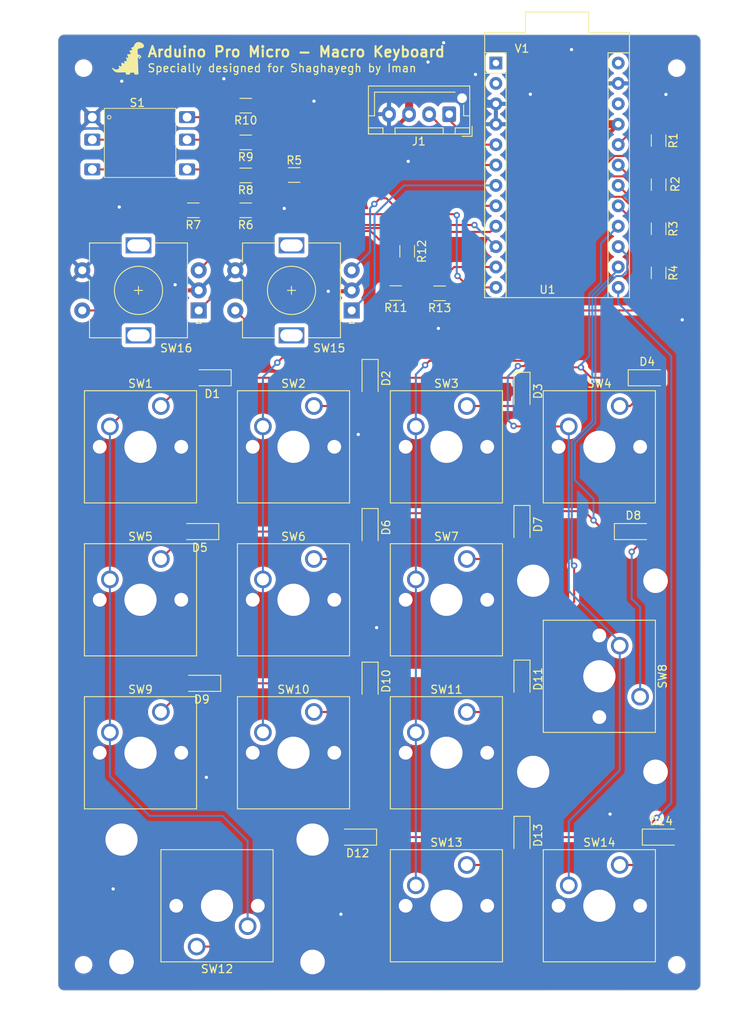
<source format=kicad_pcb>
(kicad_pcb (version 20241229) (generator "pcbnew") (generator_version "9.0")
  (layers (0 "F.Cu" signal) (2 "B.Cu" signal) (13 "F.Paste" user) (15 "B.Paste" user) (5 "F.SilkS" user "F.Silkscreen") (7 "B.SilkS" user "B.Silkscreen") (1 "F.Mask" user) (3 "B.Mask" user) (25 "Edge.Cuts" user))
  (net 0 "")
  (net 1 "Row1")
  (net 2 "Net-(D1-A)")
  (net 3 "Net-(D2-A)")
  (net 4 "Net-(D3-A)")
  (net 5 "Net-(D4-A)")
  (net 6 "Net-(D5-A)")
  (net 7 "Row2")
  (net 8 "Net-(D6-A)")
  (net 9 "Net-(D7-A)")
  (net 10 "Net-(D8-A)")
  (net 11 "Row3")
  (net 12 "Net-(D9-A)")
  (net 13 "Net-(D10-A)")
  (net 14 "Net-(D11-A)")
  (net 15 "Net-(D12-A)")
  (net 16 "Row4")
  (net 17 "Net-(D13-A)")
  (net 18 "Net-(D14-A)")
  (net 19 "Col1")
  (net 20 "Net-(R1-Pad2)")
  (net 21 "Col2")
  (net 22 "Net-(R2-Pad2)")
  (net 23 "Net-(R3-Pad2)")
  (net 24 "Col3")
  (net 25 "Net-(R4-Pad2)")
  (net 26 "Col4")
  (net 27 "GND")
  (net 30 "CLK")
  (net 31 "VCC")
  (net 33 "SDA")
  (net 34 "A1")
  (net 35 "Net-(S1-B)")
  (net 36 "Net-(S1-Push)")
  (net 37 "Net-(S1-C)")
  (net 38 "Net-(S1-D)")
  (net 39 "Net-(S1-A)")
  (net 40 "E1_A")
  (net 41 "E1_B")
  (net 42 "Net-(R11-Pad2)")
  (net 43 "E2_B")
  (net 44 "A2")
  (net 45 "E2_A")
  (net 46 "Net-(R12-Pad1)")
  (footprint "Diode_SMD:D_SOD-123" (layer "F.Cu") (at 100.1776 80.7212 180)
    (property "Reference" "D1")
    (property "Value" "1N4148WT")
  )
  (footprint "Resistor_SMD:R_1206_3216Metric" (layer "F.Cu") (at 155.7782 67.6656 -90)
    (property "Reference" "R4")
    (property "Value" "10K")
  )
  (footprint "Diode_SMD:D_SOD-123" (layer "F.Cu") (at 119.8372 118.491 -90)
    (property "Reference" "D10")
    (property "Value" "1N4148WT")
  )
  (footprint "Resistor_SMD:R_1206_3216Metric" (layer "F.Cu") (at 104.3432 46.8376 180)
    (property "Reference" "R10")
    (property "Value" "10K")
  )
  (footprint "Diode_SMD:D_SOD-123" (layer "F.Cu") (at 138.7602 137.6934 -90)
    (property "Reference" "D13")
    (property "Value" "1N4148WT")
  )
  (footprint "Resistor_SMD:R_1206_3216Metric" (layer "F.Cu") (at 124.46 64.9732 -90)
    (property "Reference" "R12")
    (property "Value" "10K")
  )
  (footprint "SW_Cherry_MX_1_with_3D:SW_Cherry_MX_1.00u_PCB_with_3D" (layer "F.Cu") (at 131.8872 141.3892)
    (property "Reference" "SW13")
    (property "Value" "SW_Push")
  )
  (footprint "Resistor_SMD:R_1206_3216Metric" (layer "F.Cu") (at 155.7782 51.181 -90)
    (property "Reference" "R1")
    (property "Value" "10K")
  )
  (footprint "Diode_SMD:D_SOD-123" (layer "F.Cu") (at 118.2878 137.922 180)
    (property "Reference" "D12")
    (property "Value" "1N4148WT")
  )
  (footprint "Arduino:Sparkfun_Pro_Micro" (layer "F.Cu") (at 150.749 69.469 180)
    (property "Reference" "U1")
    (property "Value" "Sparkfun_Pro_Micro")
  )
  (footprint "5Way_Switch:5Way_switch" (layer "F.Cu") (at 90.1372 45.3754)
    (property "Reference" "S1")
    (property "Value" "JS5208" (hide yes))
  )
  (footprint "Diode_SMD:D_SOD-123" (layer "F.Cu") (at 98.871 118.7704 180)
    (property "Reference" "D9")
    (property "Value" "1N4148WT")
  )
  (footprint "SW_Cherry_MX_1_with_3D:SW_Cherry_MX_1.00u_PCB_with_3D" (layer "F.Cu") (at 131.8872 122.3392)
    (property "Reference" "SW11")
    (property "Value" "SW_Push")
  )
  (footprint "SW_Cherry_MX_1_with_3D:SW_Cherry_MX_1.00u_PCB_with_3D" (layer "F.Cu") (at 150.9372 84.2392)
    (property "Reference" "SW4")
    (property "Value" "SW_Push")
  )
  (footprint "Resistor_SMD:R_1206_3216Metric" (layer "F.Cu") (at 104.3432 59.8678 180)
    (property "Reference" "R6")
    (property "Value" "220")
  )
  (footprint "Diode_SMD:D_SOD-123" (layer "F.Cu") (at 154.3558 80.7212)
    (property "Reference" "D4")
    (property "Value" "1N4148WT")
  )
  (footprint "Diode_SMD:D_SOD-123" (layer "F.Cu") (at 152.6286 99.8728)
    (property "Reference" "D8")
    (property "Value" "1N4148WT")
  )
  (footprint "Resistor_SMD:R_1206_3216Metric" (layer "F.Cu") (at 104.3432 55.5244 180)
    (property "Reference" "R8")
    (property "Value" "1K")
  )
  (footprint "Resistor_SMD:R_1206_3216Metric" (layer "F.Cu") (at 155.7782 62.170733 -90)
    (property "Reference" "R3")
    (property "Value" "10K")
  )
  (footprint "Rotary_Encoder:RotaryEncoder_Alps_EC11E-Switch_Vertical_H20mm" (layer "F.Cu") (at 117.5472 72.3392 180)
    (property "Reference" "SW15")
    (property "Value" "RotaryEncoder_Switch")
  )
  (footprint "Diode_SMD:D_SOD-123" (layer "F.Cu") (at 119.8372 99.3648 -90)
    (property "Reference" "D6")
    (property "Value" "1N4148WT")
  )
  (footprint "Connector_JST:JST_XH_B4B-XH-AM_1x04_P2.50mm_Vertical" (layer "F.Cu") (at 129.6924 47.9044 180)
    (property "Reference" "J1")
    (property "Value" "DISPLAY")
  )
  (footprint "SW_Cherry_MX_1_with_3D:SW_Cherry_MX_1.00u_PCB_with_3D" (layer "F.Cu") (at 112.8372 103.2892)
    (property "Reference" "SW6")
    (property "Value" "SW_Push")
  )
  (footprint "SW_Cherry_MX_1_with_3D:SW_Cherry_MX_1.00u_PCB_with_3D" (layer "F.Cu") (at 93.7772 122.3392)
    (property "Reference" "SW9")
    (property "Value" "SW_Push")
  )
  (footprint "SW_Cherry_MX_1_with_3D:SW_Cherry_MX_1.00u_PCB_with_3D" (layer "F.Cu") (at 112.8372 84.2392)
    (property "Reference" "SW2")
    (property "Value" "SW_Push")
  )
  (footprint "Diode_SMD:D_SOD-123" (layer "F.Cu") (at 138.7602 118.237 -90)
    (property "Reference" "D11")
    (property "Value" "1N4148WT")
  )
  (footprint "SW_Cherry_MX_1_with_3D:SW_Cherry_MX_1.00u_PCB_with_3D" (layer "F.Cu") (at 150.9372 141.3892)
    (property "Reference" "SW14")
    (property "Value" "SW_Push")
  )
  (footprint "Resistor_SMD:R_1206_3216Metric" (layer "F.Cu") (at 110.3884 55.4736)
    (property "Reference" "R5")
    (property "Value" "10K")
  )
  (footprint "Button_Switch_Keyboard:SW_Cherry_MX_2.00u_PCB" (layer "F.Cu") (at 153.4772 120.4342 -90)
    (property "Reference" "SW8")
    (property "Value" "SW_Push")
  )
  (footprint "Diode_SMD:D_SOD-123" (layer "F.Cu") (at 119.8372 80.7974 -90)
    (property "Reference" "D2")
    (property "Value" "1N4148WT")
  )
  (footprint "SW_Cherry_MX_1_with_3D:SW_Cherry_MX_1.00u_PCB_with_3D" (layer "F.Cu") (at 131.8872 103.2892)
    (property "Reference" "SW7")
    (property "Value" "SW_Push")
  )
  (footprint "Diode_SMD:D_SOD-123" (layer "F.Cu") (at 138.7602 82.3946 -90)
    (property "Reference" "D3")
    (property "Value" "1N4148WT")
  )
  (footprint "Duddles:black-dina-4x4" (layer "F.Cu") (at 89.6874 40.9448)
    (property "Reference" "Arduino Pro Micro - Macro Keyboard")
    (property "Value" "LOGO" (hide yes))
  )
  (footprint "Resistor_SMD:R_1206_3216Metric" (layer "F.Cu") (at 155.7782 56.675867 -90)
    (property "Reference" "R2")
    (property "Value" "10K")
  )
  (footprint "Rotary_Encoder:RotaryEncoder_Alps_EC11E-Switch_Vertical_H20mm" (layer "F.Cu") (at 98.4872 72.3392 180)
    (property "Reference" "SW16")
    (property "Value" "RotaryEncoder_Switch")
  )
  (footprint "Resistor_SMD:R_1206_3216Metric" (layer "F.Cu") (at 97.8154 59.8678 180)
    (property "Reference" "R7")
    (property "Value" "330")
  )
  (footprint "Button_Switch_Keyboard:SW_Cherry_MX_2.00u_PCB" (layer "F.Cu") (at 98.2322 151.5492 180)
    (property "Reference" "SW12")
    (property "Value" "SW_Push")
  )
  (footprint "Diode_SMD:D_SOD-123" (layer "F.Cu") (at 156.1084 137.922)
    (property "Reference" "D14")
    (property "Value" "1N4148WT")
  )
  (footprint "Diode_SMD:D_SOD-123" (layer "F.Cu") (at 98.6282 99.8728 180)
    (property "Reference" "D5")
    (property "Value" "1N4148WT")
  )
  (footprint "Resistor_SMD:R_1206_3216Metric" (layer "F.Cu") (at 104.3432 51.4096 180)
    (property "Reference" "R9")
    (property "Value" "4.7K" (hide yes))
  )
  (footprint "SW_Cherry_MX_1_with_3D:SW_Cherry_MX_1.00u_PCB_with_3D" (layer "F.Cu") (at 112.8372 122.3392)
    (property "Reference" "SW10")
    (property "Value" "SW_Push")
  )
  (footprint "Resistor_SMD:R_1206_3216Metric" (layer "F.Cu") (at 128.4986 70.2056 180)
    (property "Reference" "R13")
    (property "Value" "10K")
  )
  (footprint "SW_Cherry_MX_1_with_3D:SW_Cherry_MX_1.00u_PCB_with_3D" (layer "F.Cu") (at 93.7772 103.2892)
    (property "Reference" "SW5")
    (property "Value" "SW_Push")
  )
  (footprint "Resistor_SMD:R_1206_3216Metric" (layer "F.Cu") (at 123.0376 70.1802 180)
    (property "Reference" "R11")
    (property "Value" "5K")
  )
  (footprint "SW_Cherry_MX_1_with_3D:SW_Cherry_MX_1.00u_PCB_with_3D" (layer "F.Cu") (at 131.8872 84.2392)
    (property "Reference" "SW3")
    (property "Value" "SW_Push")
  )
  (footprint "Diode_SMD:D_SOD-123" (layer "F.Cu") (at 138.7602 98.9838 -90)
    (property "Reference" "D7")
    (property "Value" "1N4148WT")
  )
  (footprint "SW_Cherry_MX_1_with_3D:SW_Cherry_MX_1.00u_PCB_with_3D" (layer "F.Cu") (at 93.7772 84.2392)
    (property "Reference" "SW1")
    (property "Value" "SW_Push")
  )
  (gr_line (start 160.25 157) (end 81.7372 157.0108) (stroke (width 0.05)) (layer "Edge.Cuts"))
  (gr_arc (start 160.25167 38.00733) (mid 160.782 38.227) (end 161.00167 38.75733) (stroke (width 0.05)) (layer "Edge.Cuts"))
  (gr_line (start 80.9872 156.2608) (end 80.9872 38.735) (stroke (width 0.05)) (layer "Edge.Cuts"))
  (gr_arc (start 80.9872 38.735) (mid 81.20687 38.20467) (end 81.7372 37.985) (stroke (width 0.05)) (layer "Edge.Cuts"))
  (gr_line (start 161.00167 38.75733) (end 161 156.25) (stroke (width 0.05)) (layer "Edge.Cuts"))
  (gr_arc (start 81.7372 157.0108) (mid 81.20687 156.79113) (end 80.9872 156.2608) (stroke (width 0.05)) (layer "Edge.Cuts"))
  (gr_arc (start 161 156.25) (mid 160.78033 156.78033) (end 160.25 157) (stroke (width 0.05)) (layer "Edge.Cuts"))
  (gr_line (start 81.7372 37.985) (end 160.25167 38.007331) (stroke (width 0.05)) (layer "Edge.Cuts"))
  (gr_text "Specially designed for Shaghayegh by Iman\n" (at 108.861897 42.164 0) (layer "F.SilkS") (effects (font (size 1 1))))
  (gr_text "V1" (at 138.7602 39.7256 0) (layer "F.SilkS") (effects (font (size 1 1))))
  (segment (start 140.9984 80.7212) (end 142.2938 79.4258) (width 0.25) (layer "F.Cu") (net 1))
  (segment (start 101.5776 80.7212) (end 116.9132 80.7212) (width 0.25) (layer "F.Cu") (net 1))
  (segment (start 123.9012 80.7212) (end 140.9984 80.7212) (width 0.25) (layer "F.Cu") (net 1))
  (segment (start 147.3962 80.7212) (end 146.1008 79.4258) (width 0.25) (layer "F.Cu") (net 1))
  (segment (start 122.2502 79.0702) (end 123.9012 80.7212) (width 0.25) (layer "F.Cu") (net 1))
  (segment (start 118.5642 79.0702) (end 122.2502 79.0702) (width 0.25) (layer "F.Cu") (net 1))
  (segment (start 152.9558 80.7212) (end 147.3962 80.7212) (width 0.25) (layer "F.Cu") (net 1))
  (segment (start 116.9132 80.7212) (end 118.5642 79.0702) (width 0.25) (layer "F.Cu") (net 1))
  (segment (start 142.2938 79.4258) (end 146.1008 79.4258) (width 0.25) (layer "F.Cu") (net 1))
  (via (at 146.1008 79.4258) (size 0.8) (drill 0.4) (layers "F.Cu" "B.Cu") (net 1))
  (segment (start 148.602114 68.871514) (end 147.1422 70.331428) (width 0.25) (layer "B.Cu") (net 1))
  (segment (start 148.602114 63.995886) (end 148.602114 68.871514) (width 0.25) (layer "B.Cu") (net 1))
  (segment (start 150.749 61.849) (end 148.602114 63.995886) (width 0.25) (layer "B.Cu") (net 1))
  (segment (start 146.1008 79.0702) (end 146.1008 79.4258) (width 0.25) (layer "B.Cu") (net 1))
  (segment (start 147.1422 70.331428) (end 147.1422 78.0288) (width 0.25) (layer "B.Cu") (net 1))
  (segment (start 147.1422 78.0288) (end 146.1008 79.0702) (width 0.25) (layer "B.Cu") (net 1))
  (segment (start 97.2952 80.7212) (end 98.7776 80.7212) (width 0.25) (layer "F.Cu") (net 2))
  (segment (start 93.7772 84.2392) (end 97.2952 80.7212) (width 0.25) (layer "F.Cu") (net 2))
  (segment (start 117.9956 84.2392) (end 119.8372 82.3976) (width 0.25) (layer "F.Cu") (net 3))
  (segment (start 112.8372 84.2392) (end 117.9956 84.2392) (width 0.25) (layer "F.Cu") (net 3))
  (segment (start 119.8372 82.3976) (end 119.8372 82.1974) (width 0.25) (layer "F.Cu") (net 3))
  (segment (start 139.319 83.7722) (end 138.852 84.2392) (width 0.25) (layer "F.Cu") (net 4))
  (segment (start 138.852 84.2392) (end 131.8872 84.2392) (width 0.25) (layer "F.Cu") (net 4))
  (segment (start 152.2378 84.2392) (end 150.9372 84.2392) (width 0.25) (layer "F.Cu") (net 5))
  (segment (start 155.7558 80.7212) (end 152.2378 84.2392) (width 0.25) (layer "F.Cu") (net 5))
  (segment (start 97.1936 99.8728) (end 97.2282 99.8728) (width 0.25) (layer "F.Cu") (net 6))
  (segment (start 93.7772 103.2892) (end 97.1936 99.8728) (width 0.25) (layer "F.Cu") (net 6))
  (segment (start 100.0282 99.8728) (end 117.3734 99.8728) (width 0.25) (layer "F.Cu") (net 7))
  (segment (start 133.1214 97.5838) (end 137.0584 97.5838) (width 0.25) (layer "F.Cu") (net 7))
  (segment (start 117.3734 99.8728) (end 119.6594 97.5868) (width 0.25) (layer "F.Cu") (net 7))
  (segment (start 133.1184 97.5868) (end 133.1214 97.5838) (width 0.25) (layer "F.Cu") (net 7))
  (segment (start 146.5336 97.3338) (end 147.6756 98.4758) (width 0.25) (layer "F.Cu") (net 7))
  (segment (start 137.0584 97.5838) (end 137.3084 97.3338) (width 0.25) (layer "F.Cu") (net 7))
  (segment (start 149.0726 99.8728) (end 147.6756 98.4758) (width 0.25) (layer "F.Cu") (net 7))
  (segment (start 119.6594 97.5868) (end 133.1184 97.5868) (width 0.25) (layer "F.Cu") (net 7))
  (segment (start 151.2286 99.8728) (end 149.0726 99.8728) (width 0.25) (layer "F.Cu") (net 7))
  (segment (start 137.3084 97.3338) (end 146.5336 97.3338) (width 0.25) (layer "F.Cu") (net 7))
  (via (at 147.6756 98.4758) (size 0.8) (drill 0.4) (layers "F.Cu" "B.Cu") (net 7))
  (segment (start 150.487772 68.055) (end 147.9012 70.641572) (width 0.25) (layer "B.Cu") (net 7))
  (segment (start 147.6756 95.8044) (end 147.6756 98.4758) (width 0.25) (layer "B.Cu") (net 7))
  (segment (start 145.3432 88.871372) (end 145.3432 93.472) (width 0.25) (layer "B.Cu") (net 7))
  (segment (start 151.875 67.395405) (end 151.215405 68.055) (width 0.25) (layer "B.Cu") (net 7))
  (segment (start 145.3432 93.472) (end 147.6756 95.8044) (width 0.25) (layer "B.Cu") (net 7))
  (segment (start 151.215405 68.055) (end 150.487772 68.055) (width 0.25) (layer "B.Cu") (net 7))
  (segment (start 151.875 65.515) (end 151.875 67.395405) (width 0.25) (layer "B.Cu") (net 7))
  (segment (start 147.9012 86.313372) (end 145.3432 88.871372) (width 0.25) (layer "B.Cu") (net 7))
  (segment (start 147.9012 70.641572) (end 147.9012 86.313372) (width 0.25) (layer "B.Cu") (net 7))
  (segment (start 150.749 64.389) (end 151.875 65.515) (width 0.25) (layer "B.Cu") (net 7))
  (segment (start 112.8372 103.2892) (end 115.5348 103.2892) (width 0.25) (layer "F.Cu") (net 8))
  (segment (start 115.5348 103.2892) (end 118.0592 100.7648) (width 0.25) (layer "F.Cu") (net 8))
  (segment (start 118.0592 100.7648) (end 119.8372 100.7648) (width 0.25) (layer "F.Cu") (net 8))
  (segment (start 137.6934 100.3838) (end 138.7602 100.3838) (width 0.25) (layer "F.Cu") (net 9))
  (segment (start 134.788 103.2892) (end 137.6934 100.3838) (width 0.25) (layer "F.Cu") (net 9))
  (segment (start 131.8872 103.2892) (end 134.788 103.2892) (width 0.25) (layer "F.Cu") (net 9))
  (segment (start 152.4254 102.3874) (end 154.0286 100.7842) (width 0.25) (layer "F.Cu") (net 10))
  (segment (start 154.0286 100.7842) (end 154.0286 99.8728) (width 0.25) (layer "F.Cu") (net 10))
  (via (at 152.4254 102.3874) (size 0.8) (drill 0.4) (layers "F.Cu" "B.Cu") (net 10))
  (segment (start 152.4254 108.2294) (end 153.4772 109.2812) (width 0.25) (layer "B.Cu") (net 10))
  (segment (start 152.4254 102.3874) (end 152.4254 108.2294) (width 0.25) (layer "B.Cu") (net 10))
  (segment (start 153.4772 109.2812) (end 153.4772 120.4342) (width 0.25) (layer "B.Cu") (net 10))
  (segment (start 130.0236 116.841) (end 131.953 118.7704) (width 0.25) (layer "F.Cu") (net 11))
  (segment (start 138.7602 116.6368) (end 138.7602 115.1098) (width 0.25) (layer "F.Cu") (net 11))
  (segment (start 118.4362 116.841) (end 130.0236 116.841) (width 0.25) (layer "F.Cu") (net 11))
  (segment (start 135.0996 118.7704) (end 137.2332 116.6368) (width 0.25) (layer "F.Cu") (net 11))
  (segment (start 138.7602 115.1098) (end 145.2626 108.6074) (width 0.25) (layer "F.Cu") (net 11))
  (segment (start 100.271 118.7704) (end 116.5068 118.7704) (width 0.25) (layer "F.Cu") (net 11))
  (segment (start 131.953 118.7704) (end 135.0996 118.7704) (width 0.25) (layer "F.Cu") (net 11))
  (segment (start 145.2626 108.6074) (end 145.2626 104.1146) (width 0.25) (layer "F.Cu") (net 11))
  (segment (start 116.5068 118.7704) (end 118.4362 116.841) (width 0.25) (layer "F.Cu") (net 11))
  (segment (start 137.2332 116.6368) (end 138.7602 116.6368) (width 0.25) (layer "F.Cu") (net 11))
  (via (at 145.2626 104.1146) (size 0.8) (drill 0.4) (layers "F.Cu" "B.Cu") (net 11))
  (segment (start 150.749 67.2592) (end 150.749 66.929) (width 0.25) (layer "B.Cu") (net 11))
  (segment (start 144.9652 88.7148) (end 147.5232 86.1568) (width 0.25) (layer "B.Cu") (net 11))
  (segment (start 147.5232 86.1568) (end 147.5232 70.485) (width 0.25) (layer "B.Cu") (net 11))
  (segment (start 147.5232 70.485) (end 150.749 67.2592) (width 0.25) (layer "B.Cu") (net 11))
  (segment (start 144.9652 103.8172) (end 144.9652 88.7148) (width 0.25) (layer "B.Cu") (net 11))
  (segment (start 145.2626 104.1146) (end 144.9652 103.8172) (width 0.25) (layer "B.Cu") (net 11))
  (segment (start 93.7772 122.3392) (end 97.346 118.7704) (width 0.25) (layer "F.Cu") (net 12))
  (segment (start 97.346 118.7704) (end 97.471 118.7704) (width 0.25) (layer "F.Cu") (net 12))
  (segment (start 115.738 122.3392) (end 118.11 119.9672) (width 0.25) (layer "F.Cu") (net 13))
  (segment (start 118.11 119.9672) (end 119.634 119.9672) (width 0.25) (layer "F.Cu") (net 13))
  (segment (start 112.8372 122.3392) (end 115.738 122.3392) (width 0.25) (layer "F.Cu") (net 13))
  (segment (start 134.3308 122.3392) (end 136.6804 119.9896) (width 0.25) (layer "F.Cu") (net 14))
  (segment (start 138.4076 119.9896) (end 138.7602 119.637) (width 0.25) (layer "F.Cu") (net 14))
  (segment (start 136.6804 119.9896) (end 138.4076 119.9896) (width 0.25) (layer "F.Cu") (net 14))
  (segment (start 131.8872 122.3392) (end 134.3308 122.3392) (width 0.25) (layer "F.Cu") (net 14))
  (segment (start 98.2322 151.5492) (end 109.9184 151.5492) (width 0.25) (layer "F.Cu") (net 15))
  (segment (start 109.9184 151.5492) (end 116.8878 144.5798) (width 0.25) (layer "F.Cu") (net 15))
  (segment (start 116.8878 144.5798) (end 116.8878 137.922) (width 0.25) (layer "F.Cu") (net 15))
  (segment (start 136.6774 136.268) (end 139.065 136.268) (width 0.25) (layer "F.Cu") (net 16))
  (segment (start 141.859 137.922) (end 154.7084 137.922) (width 0.25) (layer "F.Cu") (net 16))
  (segment (start 119.6878 137.922) (end 135.0234 137.922) (width 0.25) (layer "F.Cu") (net 16))
  (segment (start 154.7084 136.3502) (end 155.5496 135.509) (width 0.25) (layer "F.Cu") (net 16))
  (segment (start 154.7084 137.922) (end 154.7084 136.3502) (width 0.25) (layer "F.Cu") (net 16))
  (segment (start 139.065 136.268) (end 140.205 136.268) (width 0.25) (layer "F.Cu") (net 16))
  (segment (start 140.205 136.268) (end 141.859 137.922) (width 0.25) (layer "F.Cu") (net 16))
  (segment (start 135.0234 137.922) (end 136.6774 136.268) (width 0.25) (layer "F.Cu") (net 16))
  (via (at 155.5496 135.509) (size 0.8) (drill 0.4) (layers "F.Cu" "B.Cu") (net 16))
  (segment (start 150.749 71.4248) (end 150.749 69.469) (width 0.25) (layer "B.Cu") (net 16))
  (segment (start 157.353 78.0288) (end 150.749 71.4248) (width 0.25) (layer "B.Cu") (net 16))
  (segment (start 157.353 133.7056) (end 157.353 78.0288) (width 0.25) (layer "B.Cu") (net 16))
  (segment (start 155.5496 135.509) (end 157.353 133.7056) (width 0.25) (layer "B.Cu") (net 16))
  (segment (start 134.3562 141.3892) (end 131.8872 141.3892) (width 0.25) (layer "F.Cu") (net 17))
  (segment (start 139.065 139.068) (end 136.6774 139.068) (width 0.25) (layer "F.Cu") (net 17))
  (segment (start 136.6774 139.068) (end 134.3562 141.3892) (width 0.25) (layer "F.Cu") (net 17))
  (segment (start 154.0412 141.3892) (end 157.5084 137.922) (width 0.25) (layer "F.Cu") (net 18))
  (segment (start 150.9372 141.3892) (end 154.0412 141.3892) (width 0.25) (layer "F.Cu") (net 18))
  (segment (start 155.7782 49.7185) (end 152.7195 49.7185) (width 0.25) (layer "F.Cu") (net 19))
  (segment (start 152.7195 49.7185) (end 150.749 51.689) (width 0.25) (layer "F.Cu") (net 19))
  (segment (start 155.7782 52.6435) (end 155.3187 53.103) (width 0.25) (layer "F.Cu") (net 20))
  (segment (start 150.282595 53.103) (end 144.7292 58.656395) (width 0.25) (layer "F.Cu") (net 20))
  (segment (start 155.3187 53.103) (end 150.282595 53.103) (width 0.25) (layer "F.Cu") (net 20))
  (segment (start 144.7292 58.656395) (end 144.7292 71.9328) (width 0.25) (layer "F.Cu") (net 20))
  (segment (start 144.7292 71.9328) (end 138.811 77.851) (width 0.25) (layer "F.Cu") (net 20))
  (segment (start 96.3554 77.851) (end 87.4272 86.7792) (width 0.25) (layer "F.Cu") (net 20))
  (segment (start 138.811 77.851) (end 96.3554 77.851) (width 0.25) (layer "F.Cu") (net 20))
  (segment (start 92.3798 135.2804) (end 87.4272 130.3278) (width 0.25) (layer "B.Cu") (net 20))
  (segment (start 104.5822 138.415) (end 101.4476 135.2804) (width 0.25) (layer "B.Cu") (net 20))
  (segment (start 87.4272 124.8792) (end 87.4272 86.7792) (width 0.25) (layer "B.Cu") (net 20))
  (segment (start 101.4476 135.2804) (end 92.3798 135.2804) (width 0.25) (layer "B.Cu") (net 20))
  (segment (start 104.5822 149.0092) (end 104.5822 138.415) (width 0.25) (layer "B.Cu") (net 20))
  (segment (start 87.4272 130.3278) (end 87.4272 124.8792) (width 0.25) (layer "B.Cu") (net 20))
  (segment (start 155.7782 55.213367) (end 151.733367 55.213367) (width 0.25) (layer "F.Cu") (net 21))
  (segment (start 151.733367 55.213367) (end 150.749 54.229) (width 0.25) (layer "F.Cu") (net 21))
  (segment (start 145.1072 72.089373) (end 138.967572 78.229) (width 0.25) (layer "F.Cu") (net 22))
  (segment (start 145.1072 58.812967) (end 145.1072 72.089373) (width 0.25) (layer "F.Cu") (net 22))
  (segment (start 108.8928 78.229) (end 108.2802 78.8416) (width 0.25) (layer "F.Cu") (net 22))
  (segment (start 151.4518 55.643) (end 148.277167 55.643) (width 0.25) (layer "F.Cu") (net 22))
  (segment (start 148.277167 55.643) (end 145.1072 58.812967) (width 0.25) (layer "F.Cu") (net 22))
  (segment (start 155.7782 58.138367) (end 153.947167 58.138367) (width 0.25) (layer "F.Cu") (net 22))
  (segment (start 138.967572 78.229) (end 108.8928 78.229) (width 0.25) (layer "F.Cu") (net 22))
  (segment (start 153.947167 58.138367) (end 151.4518 55.643) (width 0.25) (layer "F.Cu") (net 22))
  (via (at 108.2802 78.8416) (size 0.8) (drill 0.4) (layers "F.Cu" "B.Cu") (net 22))
  (segment (start 106.4872 80.6346) (end 108.2802 78.8416) (width 0.25) (layer "B.Cu") (net 22))
  (segment (start 106.4872 86.7792) (end 106.4872 124.8792) (width 0.25) (layer "B.Cu") (net 22))
  (segment (start 106.4872 86.7792) (end 106.4872 80.6346) (width 0.25) (layer "B.Cu") (net 22))
  (segment (start 145.4852 58.969539) (end 146.271739 58.183) (width 0.25) (layer "F.Cu") (net 23))
  (segment (start 151.215405 58.183) (end 155.7782 62.745795) (width 0.25) (layer "F.Cu") (net 23))
  (segment (start 126.6952 79.1464) (end 127.2346 78.607) (width 0.25) (layer "F.Cu") (net 23))
  (segment (start 146.271739 58.183) (end 151.215405 58.183) (width 0.25) (layer "F.Cu") (net 23))
  (segment (start 127.2346 78.607) (end 139.124145 78.607) (width 0.25) (layer "F.Cu") (net 23))
  (segment (start 155.7782 62.745795) (end 155.7782 63.633233) (width 0.25) (layer "F.Cu") (net 23))
  (segment (start 139.124145 78.607) (end 145.4852 72.245945) (width 0.25) (layer "F.Cu") (net 23))
  (segment (start 145.4852 72.245945) (end 145.4852 58.969539) (width 0.25) (layer "F.Cu") (net 23))
  (via (at 126.6952 79.1464) (size 0.8) (drill 0.4) (layers "F.Cu" "B.Cu") (net 23))
  (segment (start 125.5372 105.8292) (end 125.5372 143.9292) (width 0.25) (layer "B.Cu") (net 23))
  (segment (start 125.5372 86.7792) (end 125.5372 80.3044) (width 0.25) (layer "B.Cu") (net 23))
  (segment (start 125.5372 105.8292) (end 125.5372 86.7792) (width 0.25) (layer "B.Cu") (net 23))
  (segment (start 125.5372 80.3044) (end 126.6952 79.1464) (width 0.25) (layer "B.Cu") (net 23))
  (segment (start 155.7782 60.708233) (end 154.688233 60.708233) (width 0.25) (layer "F.Cu") (net 24))
  (segment (start 154.688233 60.708233) (end 150.749 56.769) (width 0.25) (layer "F.Cu") (net 24))
  (segment (start 145.926518 72.3392) (end 153.9494 72.3392) (width 0.25) (layer "F.Cu") (net 25))
  (segment (start 138.2522 79.2734) (end 138.992318 79.2734) (width 0.25) (layer "F.Cu") (net 25))
  (segment (start 137.7824 86.7792) (end 137.7188 86.7156) (width 0.25) (layer "F.Cu") (net 25))
  (segment (start 138.992318 79.2734) (end 145.926518 72.3392) (width 0.25) (layer "F.Cu") (net 25))
  (segment (start 155.7782 70.5104) (end 155.7782 69.1281) (width 0.25) (layer "F.Cu") (net 25))
  (segment (start 153.9494 72.3392) (end 155.7782 70.5104) (width 0.25) (layer "F.Cu") (net 25))
  (segment (start 144.5872 86.7792) (end 137.7824 86.7792) (width 0.25) (layer "F.Cu") (net 25))
  (via (at 138.2522 79.2734) (size 0.8) (drill 0.4) (layers "F.Cu" "B.Cu") (net 25))
  (via (at 137.7188 86.7156) (size 0.8) (drill 0.4) (layers "F.Cu" "B.Cu") (net 25))
  (segment (start 144.5872 107.264717) (end 150.9372 113.614717) (width 0.25) (layer "B.Cu") (net 25))
  (segment (start 136.9822 85.979) (end 136.9822 80.5688) (width 0.25) (layer "B.Cu") (net 25))
  (segment (start 137.7188 86.7156) (end 136.9822 85.979) (width 0.25) (layer "B.Cu") (net 25))
  (segment (start 150.9372 129.6058) (end 144.5872 135.9558) (width 0.25) (layer "B.Cu") (net 25))
  (segment (start 138.2014 79.3496) (end 138.2014 79.3242) (width 0.25) (layer "B.Cu") (net 25))
  (segment (start 138.2014 79.3242) (end 138.2522 79.2734) (width 0.25) (layer "B.Cu") (net 25))
  (segment (start 136.9822 80.5688) (end 138.2014 79.3496) (width 0.25) (layer "B.Cu") (net 25))
  (segment (start 150.9372 113.614717) (end 150.9372 114.0842) (width 0.25) (layer "B.Cu") (net 25))
  (segment (start 144.5872 135.9558) (end 144.5872 143.9292) (width 0.25) (layer "B.Cu") (net 25))
  (segment (start 144.5872 86.7792) (end 144.5872 107.264717) (width 0.25) (layer "B.Cu") (net 25))
  (segment (start 150.9372 114.0842) (end 150.9372 129.6058) (width 0.25) (layer "B.Cu") (net 25))
  (segment (start 153.5684 62.1284) (end 150.749 59.309) (width 0.25) (layer "F.Cu") (net 26))
  (segment (start 153.5684 63.9933) (end 153.5684 62.1284) (width 0.25) (layer "F.Cu") (net 26))
  (segment (start 155.7782 66.2031) (end 153.5684 63.9933) (width 0.25) (layer "F.Cu") (net 26))
  (segment (start 96.2552 69.8392) (end 95.5548 69.1388) (width 0.5) (layer "F.Cu") (net 27))
  (segment (start 98.4872 69.8392) (end 96.2552 69.8392) (width 0.5) (layer "F.Cu") (net 27))
  (segment (start 117.4348 69.9516) (end 114.6302 69.9516) (width 0.5) (layer "F.Cu") (net 27))
  (segment (start 117.5472 69.8392) (end 117.4348 69.9516) (width 0.25) (layer "F.Cu") (net 27))
  (via (at 149.733 135.0518) (size 0.8) (drill 0.4) (layers "F.Cu" "B.Cu") (net 27))
  (via (at 116.205 147.5232) (size 0.8) (drill 0.4) (layers "F.Cu" "B.Cu") (net 27))
  (via (at 129 39) (size 0.8) (drill 0.4) (layers "F.Cu" "B.Cu") (net 27))
  (via (at 139.8016 45.4152) (size 0.8) (drill 0.4) (layers "F.Cu" "B.Cu") (net 27))
  (via (at 132.969 42.9514) (size 0.8) (drill 0.4) (layers "F.Cu" "B.Cu") (net 27))
  (via (at 128.3462 74.5744) (size 0.8) (drill 0.4) (layers "F.Cu" "B.Cu") (net 27))
  (via (at 156.6926 45.4406) (size 0.8) (drill 0.4) (layers "F.Cu" "B.Cu") (net 27))
  (via (at 112.8522 46.2788) (size 0.8) (drill 0.4) (layers "F.Cu" "B.Cu") (net 27))
  (via (at 101.6254 43.4848) (size 0.8) (drill 0.4) (layers "F.Cu" "B.Cu") (net 27))
  (via (at 158.7246 73.5076) (size 0.8) (drill 0.4) (layers "F.Cu" "B.Cu") (net 27))
  (via (at 144.9324 39.8526) (size 0.8) (drill 0.4) (layers "F.Cu" "B.Cu") (net 27))
  (via (at 99.441 130.4798) (size 0.8) (drill 0.4) (layers "F.Cu" "B.Cu") (net 27))
  (via (at 109.1438 59.6392) (size 0.8) (drill 0.4) (layers "F.Cu" "B.Cu") (net 27))
  (via (at 88.5952 59.4614) (size 0.8) (drill 0.4) (layers "F.Cu" "B.Cu") (net 27))
  (via (at 124.587 53.7718) (size 0.8) (drill 0.4) (layers "F.Cu" "B.Cu") (net 27))
  (via (at 127.0508 41.402) (size 0.8) (drill 0.4) (layers "F.Cu" "B.Cu") (net 27))
  (via (at 114.6302 69.9516) (size 0.8) (drill 0.4) (layers "F.Cu" "B.Cu") (net 27))
  (via (at 120.65 111.8362) (size 0.8) (drill 0.4) (layers "F.Cu" "B.Cu") (net 27))
  (via (at 88.9 43.7896) (size 0.8) (drill 0.4) (layers "F.Cu" "B.Cu") (net 27))
  (via (at 118.364 87.7824) (size 0.8) (drill 0.4) (layers "F.Cu" "B.Cu") (net 27))
  (via (at 87.8332 144.3736) (size 0.8) (drill 0.4) (layers "F.Cu" "B.Cu") (net 27))
  (via (at 95.5548 69.1388) (size 0.8) (drill 0.4) (layers "F.Cu" "B.Cu") (net 27))
  (segment (start 132.969 42.9514) (end 128.6002 42.9514) (width 1) (layer "B.Cu") (net 27))
  (segment (start 134.366 46.609) (end 132.969 45.212) (width 1) (layer "B.Cu") (net 27))
  (segment (start 128.6002 42.9514) (end 127.0508 41.402) (width 1) (layer "B.Cu") (net 27))
  (segment (start 132.969 45.212) (end 132.969 42.9514) (width 1) (layer "B.Cu") (net 27))
  (segment (start 135.509 46.609) (end 134.366 46.609) (width 1) (layer "B.Cu") (net 27))
  (segment (start 131.4306 39) (end 132.969 40.5384) (width 1) (layer "B.Cu") (net 27))
  (segment (start 129 39) (end 131.4306 39) (width 1) (layer "B.Cu") (net 27))
  (segment (start 103.0472 67.3392) (end 105.6596 69.9516) (width 0.5) (layer "B.Cu") (net 27))
  (segment (start 132.969 42.9514) (end 132.969 40.5384) (width 1) (layer "B.Cu") (net 27))
  (segment (start 105.6596 69.9516) (end 114.6302 69.9516) (width 0.5) (layer "B.Cu") (net 27))
  (segment (start 133.517 54.229) (end 135.509 54.229) (width 0.25) (layer "F.Cu") (net 30))
  (segment (start 127.1924 47.9044) (end 133.517 54.229) (width 0.25) (layer "F.Cu") (net 30))
  (segment (start 141.5796 42.5704) (end 141.5796 40.5892) (width 1) (layer "F.Cu") (net 31))
  (segment (start 124.6924 47.9044) (end 117.1232 55.4736) (width 0.5) (layer "F.Cu") (net 31))
  (segment (start 140.3096 70.866) (end 140.3096 59.5884) (width 0.5) (layer "F.Cu") (net 31))
  (segment (start 150.749 49.149) (end 148.1582 49.149) (width 1) (layer "F.Cu") (net 31))
  (segment (start 131.8514 39.1922) (end 124.6924 46.3512) (width 1) (layer "F.Cu") (net 31))
  (segment (start 117.1232 55.4736) (end 111.8509 55.4736) (width 0.5) (layer "F.Cu") (net 31))
  (segment (start 141.5796 40.5892) (end 140.1826 39.1922) (width 1) (layer "F.Cu") (net 31))
  (segment (start 140.1826 39.1922) (end 131.8514 39.1922) (width 1) (layer "F.Cu") (net 31))
  (segment (start 124.6924 46.3512) (end 124.6924 47.9044) (width 1) (layer "F.Cu") (net 31))
  (segment (start 138.0236 73.152) (end 140.3096 70.866) (width 0.5) (layer "F.Cu") (net 31))
  (segment (start 129.9611 70.2056) (end 132.9075 73.152) (width 0.5) (layer "F.Cu") (net 31))
  (segment (start 132.9075 73.152) (end 138.0236 73.152) (width 0.5) (layer "F.Cu") (net 31))
  (segment (start 140.3096 59.5884) (end 150.749 49.149) (width 0.5) (layer "F.Cu") (net 31))
  (segment (start 148.1582 49.149) (end 141.5796 42.5704) (width 1) (layer "F.Cu") (net 31))
  (segment (start 129.6924 48.6156) (end 132.7658 51.689) (width 0.25) (layer "F.Cu") (net 33))
  (segment (start 129.6924 47.9044) (end 129.6924 48.6156) (width 0.25) (layer "F.Cu") (net 33))
  (segment (start 132.7658 51.689) (end 135.509 51.689) (width 0.25) (layer "F.Cu") (net 33))
  (segment (start 105.8057 59.8678) (end 105.8057 46.8376) (width 0.25) (layer "F.Cu") (net 34))
  (segment (start 130.5052 60.3504) (end 130.6322 60.4774) (width 0.25) (layer "F.Cu") (net 34))
  (segment (start 108.9259 55.4736) (end 105.8565 55.4736) (width 0.25) (layer "F.Cu") (net 34))
  (segment (start 132.1562 69.469) (end 135.509 69.469) (width 0.25) (layer "F.Cu") (net 34))
  (segment (start 100.7257 61.3156) (end 99.2779 59.8678) (width 0.25) (layer "F.Cu") (net 34))
  (segment (start 129.7686 60.3504) (end 130.5052 60.3504) (width 0.25) (layer "F.Cu") (net 34))
  (segment (start 105.8057 60.8183) (end 105.3084 61.3156) (width 0.25) (layer "F.Cu") (net 34))
  (segment (start 105.3084 61.3156) (end 100.7257 61.3156) (width 0.25) (layer "F.Cu") (net 34))
  (segment (start 105.8057 59.8678) (end 105.8057 60.8183) (width 0.25) (layer "F.Cu") (net 34))
  (segment (start 129.7686 60.3504) (end 113.8027 60.3504) (width 0.25) (layer "F.Cu") (net 34))
  (segment (start 113.8027 60.3504) (end 108.9259 55.4736) (width 0.25) (layer "F.Cu") (net 34))
  (segment (start 105.8565 55.4736) (end 105.8057 55.5244) (width 0.25) (layer "F.Cu") (net 34))
  (segment (start 130.7338 68.0466) (end 132.1562 69.469) (width 0.25) (layer "F.Cu") (net 34))
  (via (at 130.7338 68.0466) (size 0.8) (drill 0.4) (layers "F.Cu" "B.Cu") (net 34))
  (via (at 130.6322 60.4774) (size 0.8) (drill 0.4) (layers "F.Cu" "B.Cu") (net 34))
  (segment (start 130.6322 60.4774) (end 130.6322 67.945) (width 0.25) (layer "B.Cu") (net 34))
  (segment (start 130.6322 67.945) (end 130.7338 68.0466) (width 0.25) (layer "B.Cu") (net 34))
  (segment (start 88.095072 51.0754) (end 85.4372 51.0754) (width 0.25) (layer "F.Cu") (net 35))
  (segment (start 94.957072 57.9374) (end 88.095072 51.0754) (width 0.25) (layer "F.Cu") (net 35))
  (segment (start 102.8807 59.8678) (end 100.9503 57.9374) (width 0.25) (layer "F.Cu") (net 35))
  (segment (start 100.9503 57.9374) (end 94.957072 57.9374) (width 0.25) (layer "F.Cu") (net 35))
  (segment (start 91.2605 54.7754) (end 85.4372 54.7754) (width 0.25) (layer "F.Cu") (net 36))
  (segment (start 96.3529 59.8678) (end 91.2605 54.7754) (width 0.25) (layer "F.Cu") (net 36))
  (segment (start 102.8807 55.5244) (end 102.1317 54.7754) (width 0.25) (layer "F.Cu") (net 37))
  (segment (start 102.1317 54.7754) (end 96.8372 54.7754) (width 0.25) (layer "F.Cu") (net 37))
  (segment (start 102.5465 51.0754) (end 96.8372 51.0754) (width 0.25) (layer "F.Cu") (net 38))
  (segment (start 102.8807 51.4096) (end 102.5465 51.0754) (width 0.25) (layer "F.Cu") (net 38))
  (segment (start 102.8807 46.8376) (end 101.4429 48.2754) (width 0.25) (layer "F.Cu") (net 39))
  (segment (start 101.4429 48.2754) (end 96.8372 48.2754) (width 0.25) (layer "F.Cu") (net 39))
  (segment (start 120.396 60.4266) (end 124.0536 56.769) (width 0.25) (layer "B.Cu") (net 40))
  (segment (start 117.5472 72.3392) (end 120.396 69.4904) (width 0.25) (layer "B.Cu") (net 40))
  (segment (start 120.396 69.4904) (end 120.396 60.4266) (width 0.25) (layer "B.Cu") (net 40))
  (segment (start 124.0536 56.769) (end 135.509 56.769) (width 0.25) (layer "B.Cu") (net 40))
  (segment (start 121.8692 58.3692) (end 122.809 59.309) (width 0.25) (layer "F.Cu") (net 41))
  (segment (start 120.3706 59.0804) (end 121.0818 58.3692) (width 0.25) (layer "F.Cu") (net 41))
  (segment (start 122.809 59.309) (end 135.509 59.309) (width 0.25) (layer "F.Cu") (net 41))
  (segment (start 121.0818 58.3692) (end 121.8692 58.3692) (width 0.25) (layer "F.Cu") (net 41))
  (via (at 120.3706 59.0804) (size 0.8) (drill 0.4) (layers "F.Cu" "B.Cu") (net 41))
  (segment (start 120.3706 59.0804) (end 119.8372 59.6138) (width 0.25) (layer "B.Cu") (net 41))
  (segment (start 119.8372 59.6138) (end 119.8372 65.0492) (width 0.25) (layer "B.Cu") (net 41))
  (segment (start 119.8372 65.0492) (end 117.5472 67.3392) (width 0.25) (layer "B.Cu") (net 41))
  (segment (start 108.181 77.473) (end 120.2436 77.473) (width 0.25) (layer "F.Cu") (net 42))
  (segment (start 120.2436 77.473) (end 120.2436 77.47) (width 0.25) (layer "F.Cu") (net 42))
  (segment (start 121.5751 76.1385) (end 121.5751 70.1802) (width 0.25) (layer "F.Cu") (net 42))
  (segment (start 103.0472 72.3392) (end 108.181 77.473) (width 0.25) (layer "F.Cu") (net 42))
  (segment (start 120.2436 77.47) (end 121.5751 76.1385) (width 0.25) (layer "F.Cu") (net 42))
  (segment (start 127.0254 61.6966) (end 132.842 61.6966) (width 0.25) (layer "F.Cu") (net 43))
  (segment (start 98.4872 67.3392) (end 104.1298 61.6966) (width 0.25) (layer "F.Cu") (net 43))
  (segment (start 104.1298 61.6966) (end 127.0254 61.6966) (width 0.25) (layer "F.Cu") (net 43))
  (via (at 132.842 61.6966) (size 0.8) (drill 0.4) (layers "F.Cu" "B.Cu") (net 43))
  (segment (start 132.842 61.6966) (end 132.842 61.722) (width 0.25) (layer "B.Cu") (net 43))
  (segment (start 134.9502 64.9478) (end 135.509 64.389) (width 0.25) (layer "B.Cu") (net 43))
  (segment (start 132.842 61.722) (end 135.509 64.389) (width 0.25) (layer "B.Cu") (net 43))
  (segment (start 124.5001 66.4758) (end 124.46 66.4357) (width 0.25) (layer "F.Cu") (net 44))
  (segment (start 127.0361 70.2056) (end 130.3127 66.929) (width 0.25) (layer "F.Cu") (net 44))
  (segment (start 124.5255 70.2056) (end 124.5001 70.1802) (width 0.25) (layer "F.Cu") (net 44))
  (segment (start 127.0361 70.2056) (end 124.5255 70.2056) (width 0.25) (layer "F.Cu") (net 44))
  (segment (start 130.3127 66.929) (end 135.509 66.929) (width 0.25) (layer "F.Cu") (net 44))
  (segment (start 124.5001 70.1802) (end 124.5001 66.4758) (width 0.25) (layer "F.Cu") (net 44))
  (segment (start 134.7978 62.5602) (end 135.509 61.849) (width 0.25) (layer "F.Cu") (net 45))
  (segment (start 98.4872 72.3392) (end 100.6348 70.1916) (width 0.25) (layer "F.Cu") (net 45))
  (segment (start 100.6348 70.1916) (end 100.6348 65.726171) (width 0.25) (layer "F.Cu") (net 45))
  (segment (start 104.286372 62.0746) (end 128.521 62.0746) (width 0.25) (layer "F.Cu") (net 45))
  (segment (start 100.6348 65.726171) (end 104.286372 62.0746) (width 0.25) (layer "F.Cu") (net 45))
  (segment (start 128.521 62.0746) (end 129.0066 62.5602) (width 0.25) (layer "F.Cu") (net 45))
  (segment (start 129.0066 62.5602) (end 134.7978 62.5602) (width 0.25) (layer "F.Cu") (net 45))
  (segment (start 94.2594 72.3392) (end 96.3422 74.422) (width 0.25) (layer "F.Cu") (net 46))
  (segment (start 101.0128 65.882744) (end 104.442944 62.4526) (width 0.25) (layer "F.Cu") (net 46))
  (segment (start 119.9194 62.4526) (end 119.9134 62.4586) (width 0.25) (layer "F.Cu") (net 46))
  (segment (start 96.3422 74.422) (end 99.7712 74.422) (width 0.25) (layer "F.Cu") (net 46))
  (segment (start 120.9655 63.5107) (end 124.46 63.5107) (width 0.25) (layer "F.Cu") (net 46))
  (segment (start 101.0128 73.1804) (end 101.0128 65.882744) (width 0.25) (layer "F.Cu") (net 46))
  (segment (start 83.9872 72.3392) (end 94.2594 72.3392) (width 0.25) (layer "F.Cu") (net 46))
  (segment (start 99.7712 74.422) (end 101.0128 73.1804) (width 0.25) (layer "F.Cu") (net 46))
  (segment (start 104.442944 62.4526) (end 119.9194 62.4526) (width 0.25) (layer "F.Cu") (net 46))
  (segment (start 119.9134 62.4586) (end 120.9655 63.5107) (width 0.25) (layer "F.Cu") (net 46))
  (zone (net 27) (net_name "GND") (layers "F.Cu" "B.Cu") (connect_pads (clearance 0.5)) (min_thickness 0.25) (fill yes (thermal_gap 0.5) (thermal_bridge_width 0.5))
    (polygon (pts (xy 74.9808 33.6804) (xy 165.9128 33.6804) (xy 167.5384 161.2138) (xy 73.7362 160.2232) (xy 74.8538 33.7312)))
  )
)
</source>
